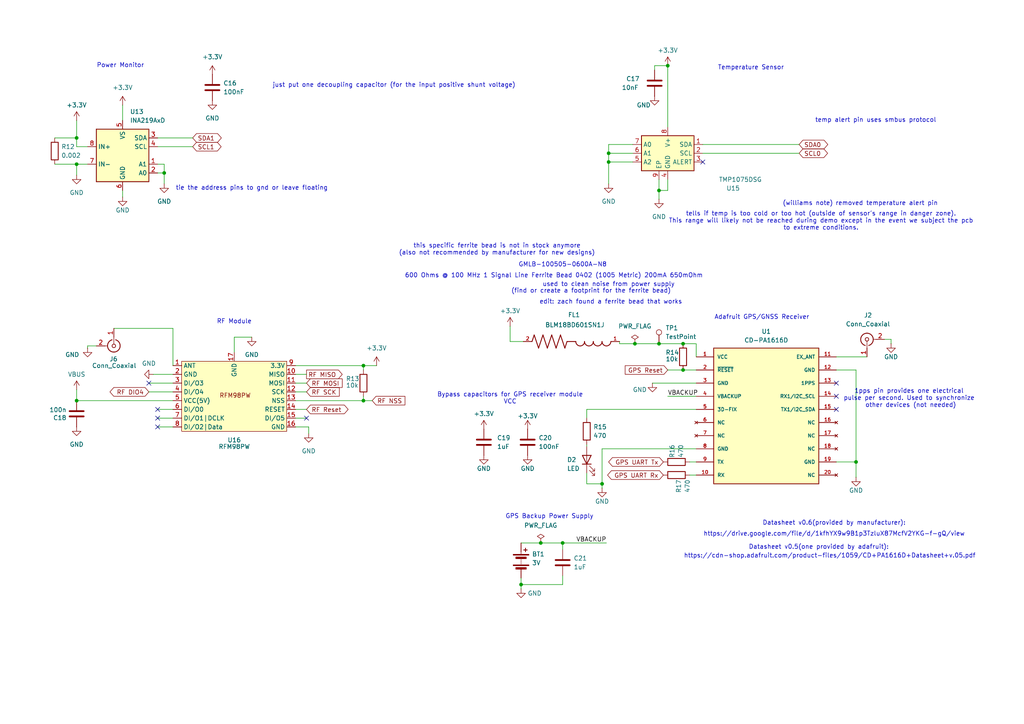
<source format=kicad_sch>
(kicad_sch (version 20250114) (generator "eeschema") (generator_version "9.0")
  (paper "A4")
  (lib_symbols
    (symbol "1my_symbol:RF_Module"
      (property "Reference" "U1" (at 23.876 4.318 0))
      (symbol "RF_Module_1_1"
        (rectangle (start -3.81 -5.08) (end 26.67 -25.4) (fill (type background)))
        (text "RFM98PW" (at 11.684 -14.986 0) (effects (font (size 1.27 1.27))))
        (pin bidirectional line (at -6.35 -6.35 0) (length 2.54) (name "ANT") (number "1"))
        (pin power_in line (at -6.35 -8.89 0) (length 2.54) (name "GND") (number "2"))
        (pin bidirectional line (at -6.35 -11.43 0) (length 2.54) (name "DI/O3") (number "3"))
        (pin bidirectional line (at -6.35 -13.97 0) (length 2.54) (name "DI/O4") (number "4"))
        (pin input line (at -6.35 -16.51 0) (length 2.54) (name "VCC(5V)") (number "5"))
        (pin bidirectional line (at -6.35 -19.05 0) (length 2.54) (name "DI/O0") (number "6"))
        (pin bidirectional line (at -6.35 -21.59 0) (length 2.54) (name "DI/O1|DCLK") (number "7"))
        (pin bidirectional line (at -6.35 -24.13 0) (length 2.54) (name "DI/O2|Data") (number "8"))
        (pin power_in line (at 11.43 -2.54 270) (length 2.54) (name "GND") (number "17"))
        (pin power_out line (at 29.21 -6.35 180) (length 2.54) (name "3.3V") (number "9"))
        (pin output line (at 29.21 -8.89 180) (length 2.54) (name "MISO") (number "10"))
        (pin input line (at 29.21 -11.43 180) (length 2.54) (name "MOSI") (number "11"))
        (pin input line (at 29.21 -13.97 180) (length 2.54) (name "SCK") (number "12"))
        (pin input line (at 29.21 -16.51 180) (length 2.54) (name "NSS") (number "13"))
        (pin bidirectional line (at 29.21 -19.05 180) (length 2.54) (name "RESET") (number "14"))
        (pin bidirectional line (at 29.21 -21.59 180) (length 2.54) (name "DI/O5") (number "15"))
        (pin power_in line (at 29.21 -24.13 180) (length 2.54) (name "GND") (number "16"))
      )
    )
    (symbol "BLM18BD601SN1J:BLM18BD601SN1J" (pin_names (offset 1.016))
      (property "Reference" "FL" (at -12.7044 5.0815 0))
      (property "Value" "BLM18BD601SN1J" (at -12.71 -5.0866 0))
      (symbol "BLM18BD601SN1J_0_0"
        (arc (start -12.7 0) (mid -11.43 1.2645) (end -10.16 0) (stroke (width 0.254)))
        (arc (start -10.16 0) (mid -8.89 1.2645) (end -7.62 0) (stroke (width 0.254)))
        (arc (start -7.62 0) (mid -6.35 1.2645) (end -5.08 0) (stroke (width 0.254)))
        (arc (start -5.08 0) (mid -3.81 1.2645) (end -2.54 0) (stroke (width 0.254)))
        (polyline (pts (xy 0 0) (xy -2.54 0)) (stroke (width 0.254)))
        (polyline (pts (xy 0 0) (xy 0.635 1.905)) (stroke (width 0.254)))
        (polyline (pts (xy 0.635 1.905) (xy 1.905 -1.905)) (stroke (width 0.254)))
        (polyline (pts (xy 1.905 -1.905) (xy 3.175 1.905)) (stroke (width 0.254)))
        (polyline (pts (xy 3.175 1.905) (xy 4.445 -1.905)) (stroke (width 0.254)))
        (polyline (pts (xy 4.445 -1.905) (xy 5.715 1.905)) (stroke (width 0.254)))
        (polyline (pts (xy 5.715 1.905) (xy 6.985 -1.905)) (stroke (width 0.254)))
        (polyline (pts (xy 6.985 -1.905) (xy 8.255 1.905)) (stroke (width 0.254)))
        (polyline (pts (xy 8.255 1.905) (xy 9.525 -1.905)) (stroke (width 0.254)))
        (polyline (pts (xy 9.525 -1.905) (xy 10.16 0)) (stroke (width 0.254)))
        (pin passive line (at -15.24 0 0) (length 2.54) (name "~") (number "1"))
        (pin passive line (at 12.7 0 180) (length 2.54) (name "~") (number "2"))
      )
    )
    (symbol "CD-PA1616D:CD-PA1616D" (pin_names (offset 1.016))
      (property "Reference" "U1" (at 0 27.686 0))
      (property "Value" "CD-PA1616D" (at 0 25.146 0))
      (symbol "CD-PA1616D_0_0"
        (rectangle (start -15.24 22.86) (end 15.24 -16.51) (stroke (width 0.254)) (fill (type background)))
        (pin power_in line (at -20.32 20.32 0) (length 5.08) (name "VCC") (number "1"))
        (pin input line (at -20.32 16.51 0) (length 5.08) (name "~{RESET}") (number "2"))
        (pin power_in line (at -20.32 12.7 0) (length 5.08) (name "GND") (number "3"))
        (pin power_in line (at -20.32 8.89 0) (length 5.08) (name "VBACKUP") (number "4"))
        (pin output line (at -20.32 5.08 0) (length 5.08) (name "3D-FIX") (number "5"))
        (pin no_connect line (at -20.32 1.27 0) (length 5.08) (name "NC") (number "6"))
        (pin no_connect line (at -20.32 -2.54 0) (length 5.08) (name "NC") (number "7"))
        (pin power_in line (at -20.32 -6.35 0) (length 5.08) (name "GND") (number "8"))
        (pin output line (at -20.32 -10.16 0) (length 5.08) (name "TX") (number "9"))
        (pin input line (at -20.32 -13.97 0) (length 5.08) (name "RX") (number "10"))
        (pin bidirectional line (at 20.32 20.32 180) (length 5.08) (name "EX_ANT") (number "11"))
        (pin power_in line (at 20.32 16.51 180) (length 5.08) (name "GND") (number "12"))
        (pin output line (at 20.32 12.7 180) (length 5.08) (name "1PPS") (number "13"))
        (pin input line (at 20.32 8.89 180) (length 5.08) (name "RX1/I2C_SCL") (number "14"))
        (pin output line (at 20.32 5.08 180) (length 5.08) (name "TX1/I2C_SDA") (number "15"))
        (pin no_connect line (at 20.32 1.27 180) (length 5.08) (name "NC") (number "16"))
        (pin no_connect line (at 20.32 -2.54 180) (length 5.08) (name "NC") (number "17"))
        (pin no_connect line (at 20.32 -6.35 180) (length 5.08) (name "NC") (number "18"))
        (pin power_in line (at 20.32 -10.16 180) (length 5.08) (name "GND") (number "19"))
        (pin no_connect line (at 20.32 -13.97 180) (length 5.08) (name "NC") (number "20"))
      )
    )
    (symbol "Connector:Conn_Coaxial" (pin_names (offset 1.016) (hide yes))
      (property "Reference" "J" (at 0.254 3.048 0))
      (property "Value" "Conn_Coaxial" (at 2.921 0 90))
      (symbol "Conn_Coaxial_0_1"
        (polyline (pts (xy -2.54 0) (xy -0.508 0)))
        (arc (start 1.778 0) (mid 0.222 -1.8079) (end -1.778 -0.508) (stroke (width 0.254)))
        (arc (start -1.778 0.508) (mid 0.2221 1.8084) (end 1.778 0) (stroke (width 0.254)))
        (circle (center 0 0) (radius 0.508) (stroke (width 0.2032)))
        (polyline (pts (xy 0 -2.54) (xy 0 -1.778)))
      )
      (symbol "Conn_Coaxial_1_1"
        (pin passive line (at -5.08 0 0) (length 2.54) (name "In") (number "1"))
        (pin passive line (at 0 -5.08 90) (length 2.54) (name "Ext") (number "2"))
      )
    )
    (symbol "Connector:TestPoint" (pin_numbers (hide yes)) (pin_names (offset 0.762) (hide yes))
      (property "Reference" "TP" (at 0 6.858 0))
      (property "Value" "TestPoint" (at 0 5.08 0))
      (symbol "TestPoint_0_1"
        (circle (center 0 3.302) (radius 0.762))
      )
      (symbol "TestPoint_1_1"
        (pin passive line (at 0 0 90) (length 2.54) (name "1") (number "1"))
      )
    )
    (symbol "Device:Battery" (pin_numbers (hide yes)) (pin_names (offset 0) (hide yes))
      (property "Reference" "BT" (at 2.54 2.54 0))
      (property "Value" "Battery" (at 2.54 0 0))
      (symbol "Battery_0_1"
        (rectangle (start -2.286 1.778) (end 2.286 1.524) (fill (type outline)))
        (rectangle (start -2.286 -1.27) (end 2.286 -1.524) (fill (type outline)))
        (rectangle (start -1.524 1.016) (end 1.524 0.508) (fill (type outline)))
        (rectangle (start -1.524 -2.032) (end 1.524 -2.54) (fill (type outline)))
        (polyline (pts (xy 0 1.778) (xy 0 2.54)))
        (polyline (pts (xy 0 0) (xy 0 0.254)))
        (polyline (pts (xy 0 -0.508) (xy 0 -0.254)))
        (polyline (pts (xy 0 -1.016) (xy 0 -0.762)))
        (polyline (pts (xy 0.762 3.048) (xy 1.778 3.048)) (stroke (width 0.254)))
        (polyline (pts (xy 1.27 3.556) (xy 1.27 2.54)) (stroke (width 0.254)))
      )
      (symbol "Battery_1_1"
        (pin passive line (at 0 5.08 270) (length 2.54) (name "+") (number "1"))
        (pin passive line (at 0 -5.08 90) (length 2.54) (name "-") (number "2"))
      )
    )
    (symbol "Device:C" (pin_numbers (hide yes)) (pin_names (offset 0.254))
      (property "Reference" "C" (at 0.635 2.54 0))
      (property "Value" "C" (at 0.635 -2.54 0))
      (symbol "C_0_1"
        (polyline (pts (xy -2.032 0.762) (xy 2.032 0.762)) (stroke (width 0.508)))
        (polyline (pts (xy -2.032 -0.762) (xy 2.032 -0.762)) (stroke (width 0.508)))
      )
      (symbol "C_1_1"
        (pin passive line (at 0 3.81 270) (length 2.794) (name "~") (number "1"))
        (pin passive line (at 0 -3.81 90) (length 2.794) (name "~") (number "2"))
      )
    )
    (symbol "Device:LED" (pin_numbers (hide yes)) (pin_names (offset 1.016) (hide yes))
      (property "Reference" "D" (at 0 2.54 0))
      (property "Value" "LED" (at 0 -2.54 0))
      (symbol "LED_0_1"
        (polyline (pts (xy -3.048 -0.762) (xy -4.572 -2.286) (xy -3.81 -2.286) (xy -4.572 -2.286) (xy -4.572 -1.524)))
        (polyline (pts (xy -1.778 -0.762) (xy -3.302 -2.286) (xy -2.54 -2.286) (xy -3.302 -2.286) (xy -3.302 -1.524)))
        (polyline (pts (xy -1.27 0) (xy 1.27 0)))
        (polyline (pts (xy -1.27 -1.27) (xy -1.27 1.27)) (stroke (width 0.254)))
        (polyline (pts (xy 1.27 -1.27) (xy 1.27 1.27) (xy -1.27 0) (xy 1.27 -1.27)) (stroke (width 0.254)))
      )
      (symbol "LED_1_1"
        (pin passive line (at -3.81 0 0) (length 2.54) (name "K") (number "1"))
        (pin passive line (at 3.81 0 180) (length 2.54) (name "A") (number "2"))
      )
    )
    (symbol "Device:R" (pin_numbers (hide yes)) (pin_names (offset 0))
      (property "Reference" "R" (at 2.032 0 90))
      (property "Value" "R" (at 0 0 90))
      (symbol "R_0_1"
        (rectangle (start -1.016 -2.54) (end 1.016 2.54) (stroke (width 0.254)))
      )
      (symbol "R_1_1"
        (pin passive line (at 0 3.81 270) (length 1.27) (name "~") (number "1"))
        (pin passive line (at 0 -3.81 90) (length 1.27) (name "~") (number "2"))
      )
    )
    (symbol "Sensor_Energy:INA219AxD"
      (property "Reference" "U" (at -6.35 8.89 0))
      (property "Value" "INA219AxD" (at 5.08 8.89 0))
      (symbol "INA219AxD_0_1"
        (rectangle (start -7.62 7.62) (end 7.62 -7.62) (stroke (width 0.254)) (fill (type background)))
      )
      (symbol "INA219AxD_1_1"
        (pin input line (at -10.16 2.54 0) (length 2.54) (name "IN+") (number "8"))
        (pin input line (at -10.16 -2.54 0) (length 2.54) (name "IN-") (number "7"))
        (pin power_in line (at 0 10.16 270) (length 2.54) (name "VS") (number "5"))
        (pin power_in line (at 0 -10.16 90) (length 2.54) (name "GND") (number "6"))
        (pin bidirectional line (at 10.16 5.08 180) (length 2.54) (name "SDA") (number "3"))
        (pin input line (at 10.16 2.54 180) (length 2.54) (name "SCL") (number "4"))
        (pin input line (at 10.16 -2.54 180) (length 2.54) (name "A1") (number "1"))
        (pin input line (at 10.16 -5.08 180) (length 2.54) (name "A0") (number "2"))
      )
    )
    (symbol "Sensor_Temperature:TMP1075DSG"
      (property "Reference" "U" (at -6.35 6.35 0))
      (property "Value" "TMP1075DSG" (at 6.35 6.35 0))
      (symbol "TMP1075DSG_0_1"
        (rectangle (start -7.62 5.08) (end 7.62 -5.08) (stroke (width 0.254)) (fill (type background)))
      )
      (symbol "TMP1075DSG_1_1"
        (pin input line (at -10.16 2.54 0) (length 2.54) (name "A0") (number "7"))
        (pin input line (at -10.16 0 0) (length 2.54) (name "A1") (number "6"))
        (pin input line (at -10.16 -2.54 0) (length 2.54) (name "A2") (number "5"))
        (pin passive line (at -2.54 -7.62 90) (length 2.54) (name "EP") (number "9"))
        (pin power_in line (at 0 7.62 270) (length 2.54) (name "V+") (number "8"))
        (pin power_in line (at 0 -7.62 90) (length 2.54) (name "GND") (number "4"))
        (pin bidirectional line (at 10.16 2.54 180) (length 2.54) (name "SDA") (number "1"))
        (pin input line (at 10.16 0 180) (length 2.54) (name "SCL") (number "2"))
        (pin open_collector line (at 10.16 -2.54 180) (length 2.54) (name "ALERT") (number "3"))
      )
    )
    (symbol "power:+3.3V" (power) (pin_numbers (hide yes)) (pin_names (offset 0) (hide yes))
      (property "Value" "+3.3V" (at 0 3.556 0))
      (symbol "+3.3V_0_1"
        (polyline (pts (xy -0.762 1.27) (xy 0 2.54)))
        (polyline (pts (xy 0 2.54) (xy 0.762 1.27)))
        (polyline (pts (xy 0 0) (xy 0 2.54)))
      )
      (symbol "+3.3V_1_1"
        (pin power_in line (at 0 0 90) (length 0) (name "~") (number "1"))
      )
    )
    (symbol "power:GND" (power) (pin_numbers (hide yes)) (pin_names (offset 0) (hide yes))
      (property "Value" "GND" (at 0 -3.81 0))
      (symbol "GND_0_1"
        (polyline (pts (xy 0 0) (xy 0 -1.27) (xy 1.27 -1.27) (xy 0 -2.54) (xy -1.27 -1.27) (xy 0 -1.27)))
      )
      (symbol "GND_1_1"
        (pin power_in line (at 0 0 270) (length 0) (name "~") (number "1"))
      )
    )
    (symbol "power:PWR_FLAG" (power) (pin_numbers (hide yes)) (pin_names (offset 0) (hide yes))
      (property "Value" "PWR_FLAG" (at 0 3.81 0))
      (symbol "PWR_FLAG_0_0"
        (pin power_out line (at 0 0 90) (length 0) (name "~") (number "1"))
      )
      (symbol "PWR_FLAG_0_1"
        (polyline (pts (xy 0 0) (xy 0 1.27) (xy -1.016 1.905) (xy 0 2.54) (xy 1.016 1.905) (xy 0 1.27)))
      )
    )
    (symbol "power:VBUS" (power) (pin_numbers (hide yes)) (pin_names (offset 0) (hide yes))
      (property "Value" "VBUS" (at 0 3.556 0))
      (symbol "VBUS_0_1"
        (polyline (pts (xy -0.762 1.27) (xy 0 2.54)))
        (polyline (pts (xy 0 2.54) (xy 0.762 1.27)))
        (polyline (pts (xy 0 0) (xy 0 2.54)))
      )
      (symbol "VBUS_1_1"
        (pin power_in line (at 0 0 90) (length 0) (name "~") (number "1"))
      )
    )
  )
  (text "temp alert pin uses smbus protocol\n" (at 254 34.925 0) (effects (font (size 1.27 1.27))))
  (text "this specific ferrite bead is not in stock anymore\n(also not recommended by manufacturer for new designs)" (at 144.145 72.39 0) (effects (font (size 1.27 1.27))))
  (text "RF Module" (at 67.945 93.345 0) (effects (font (size 1.27 1.27))))
  (text "GPS Backup Power Supply" (at 159.385 149.86 0) (effects (font (size 1.27 1.27))))
  (text "tells if temp is too cold or too hot (outside of sensor's range in danger zone).\nThis range will likely not be reached during demo except in the event we subject the pcb\nto extreme conditions." (at 238.125 64.135 0) (effects (font (size 1.27 1.27))))
  (text "Power Monitor" (at 34.925 19.05 0) (effects (font (size 1.27 1.27))))
  (text "removed temperature alert pin" (at 257.175 59.055 0) (effects (font (size 1.27 1.27))))
  (text "GMLB-100505-0600A-N8" (at 163.195 76.835 0) (effects (font (size 1.27 1.27))))
  (text "https://drive.google.com/file/d/1kfhYX9w9B1p3TzluX87McfV2YKG-f-gQ/view" (at 241.935 154.94 0) (effects (font (size 1.27 1.27))))
  (text "Datasheet v0.5(one provided by adafruit):" (at 237.49 158.75 0) (effects (font (size 1.27 1.27))))
  (text "(williams note)" (at 234.315 59.055 0) (effects (font (size 1.27 1.27))))
  (text "Temperature Sensor" (at 217.805 19.685 0) (effects (font (size 1.27 1.27))))
  (text "600 Ohms @ 100 MHz 1 Signal Line Ferrite Bead 0402 (1005 Metric) 200mA 650mOhm" (at 160.655 80.01 0) (effects (font (size 1.27 1.27))))
  (text "Datasheet v0.6(provided by manufacturer):" (at 241.935 151.765 0) (effects (font (size 1.27 1.27))))
  (text "1pps pin provides one electrical \npulse per second. Used to synchronize \nother devices (not needed)" (at 264.16 115.57 0) (effects (font (size 1.27 1.27))))
  (text "used to clean noise from power supply\n" (at 176.53 82.55 0) (effects (font (size 1.27 1.27))))
  (text "just put one decoupling capacitor (for the input positive shunt voltage)" (at 114.3 24.765 0) (effects (font (size 1.27 1.27))))
  (text "(find or create a footprint for the ferrite bead)" (at 171.45 84.455 0) (effects (font (size 1.27 1.27))))
  (text "Bypass capacitors for GPS receiver module\nVCC\n" (at 147.955 115.57 0) (effects (font (size 1.27 1.27))))
  (text "edit: zach found a ferrite bead that works" (at 177.165 87.63 0) (effects (font (size 1.27 1.27))))
  (text "tie the address pins to gnd or leave floating" (at 73.025 54.61 0) (effects (font (size 1.27 1.27))))
  (text "Adafruit GPS/GNSS Receiver\n" (at 220.98 92.075 0) (effects (font (size 1.27 1.27))))
  (text "https://cdn-shop.adafruit.com/product-files/1059/CD+PA1616D+Datasheet+v.05.pdf" (at 240.665 161.29 0) (effects (font (size 1.27 1.27))))
  (junction (at 248.285 133.985))
  (junction (at 193.675 19.05))
  (junction (at 22.225 47.625))
  (junction (at 156.845 157.48))
  (junction (at 163.195 157.48))
  (junction (at 151.13 169.545))
  (junction (at 191.135 55.245))
  (junction (at 176.53 44.45))
  (junction (at 191.135 99.695))
  (junction (at 105.41 106.045))
  (junction (at 176.53 46.99))
  (junction (at 198.12 107.315))
  (junction (at 22.225 116.205))
  (junction (at 198.12 99.695))
  (junction (at 105.41 116.205))
  (junction (at 184.15 99.695))
  (junction (at 22.225 40.005))
  (junction (at 174.625 140.335))
  (junction (at 47.625 50.165))
  (no_connect (at 242.57 118.745))
  (no_connect (at 88.9 121.285))
  (no_connect (at 43.18 111.125))
  (no_connect (at 45.72 118.745))
  (no_connect (at 45.72 121.285))
  (no_connect (at 45.72 123.825))
  (no_connect (at 242.57 111.125))
  (no_connect (at 242.57 114.935))
  (no_connect (at 203.835 46.99))
  (wire (pts (xy 45.72 50.165) (xy 47.625 50.165)))
  (wire (pts (xy 151.13 169.545) (xy 151.13 167.64)))
  (wire (pts (xy 193.675 19.05) (xy 193.675 36.83)))
  (wire (pts (xy 191.135 99.695) (xy 198.12 99.695)))
  (wire (pts (xy 22.225 47.625) (xy 25.4 47.625)))
  (wire (pts (xy 248.285 107.315) (xy 248.285 133.985)))
  (wire (pts (xy 67.945 97.79) (xy 73.025 97.79)))
  (wire (pts (xy 258.445 98.425) (xy 258.445 99.695)))
  (wire (pts (xy 191.135 52.07) (xy 191.135 55.245)))
  (wire (pts (xy 176.53 46.99) (xy 176.53 53.34)))
  (wire (pts (xy 184.15 99.695) (xy 191.135 99.695)))
  (wire (pts (xy 45.72 42.545) (xy 55.88 42.545)))
  (wire (pts (xy 47.625 47.625) (xy 47.625 50.165)))
  (wire (pts (xy 201.93 99.695) (xy 201.93 103.505)))
  (wire (pts (xy 170.18 118.745) (xy 201.93 118.745)))
  (wire (pts (xy 85.725 106.045) (xy 105.41 106.045)))
  (wire (pts (xy 45.72 118.745) (xy 50.165 118.745)))
  (wire (pts (xy 147.955 94.615) (xy 147.955 99.06)))
  (wire (pts (xy 85.725 113.665) (xy 88.9 113.665)))
  (wire (pts (xy 174.625 130.175) (xy 174.625 140.335)))
  (wire (pts (xy 242.57 133.985) (xy 248.285 133.985)))
  (wire (pts (xy 179.705 99.06) (xy 179.705 99.695)))
  (wire (pts (xy 105.41 114.935) (xy 105.41 116.205)))
  (wire (pts (xy 156.845 157.48) (xy 163.195 157.48)))
  (wire (pts (xy 193.675 114.935) (xy 201.93 114.935)))
  (wire (pts (xy 179.705 99.695) (xy 184.15 99.695)))
  (wire (pts (xy 85.725 123.825) (xy 89.535 123.825)))
  (wire (pts (xy 176.53 44.45) (xy 183.515 44.45)))
  (wire (pts (xy 174.625 140.335) (xy 174.625 141.605)))
  (wire (pts (xy 189.865 20.32) (xy 189.865 19.05)))
  (wire (pts (xy 105.41 116.205) (xy 107.95 116.205)))
  (wire (pts (xy 248.285 133.985) (xy 248.285 138.43)))
  (wire (pts (xy 163.195 167.005) (xy 163.195 169.545)))
  (wire (pts (xy 43.18 113.665) (xy 50.165 113.665)))
  (wire (pts (xy 22.225 50.8) (xy 22.225 47.625)))
  (wire (pts (xy 203.835 41.91) (xy 231.775 41.91)))
  (wire (pts (xy 25.4 100.33) (xy 25.4 100.965)))
  (wire (pts (xy 189.865 19.05) (xy 193.675 19.05)))
  (wire (pts (xy 176.53 41.91) (xy 176.53 44.45)))
  (wire (pts (xy 200.025 137.795) (xy 201.93 137.795)))
  (wire (pts (xy 85.725 111.125) (xy 88.9 111.125)))
  (wire (pts (xy 45.72 40.005) (xy 55.88 40.005)))
  (wire (pts (xy 203.835 44.45) (xy 231.775 44.45)))
  (wire (pts (xy 183.515 41.91) (xy 176.53 41.91)))
  (wire (pts (xy 35.56 55.245) (xy 35.56 57.15)))
  (wire (pts (xy 170.18 140.335) (xy 170.18 137.16)))
  (wire (pts (xy 174.625 130.175) (xy 201.93 130.175)))
  (wire (pts (xy 163.195 157.48) (xy 175.895 157.48)))
  (wire (pts (xy 85.725 121.285) (xy 88.9 121.285)))
  (wire (pts (xy 176.53 46.99) (xy 183.515 46.99)))
  (wire (pts (xy 44.45 108.585) (xy 50.165 108.585)))
  (wire (pts (xy 22.225 34.925) (xy 22.225 40.005)))
  (wire (pts (xy 256.54 98.425) (xy 258.445 98.425)))
  (wire (pts (xy 105.41 106.045) (xy 105.41 107.315)))
  (wire (pts (xy 22.225 113.03) (xy 22.225 116.205)))
  (wire (pts (xy 200.025 133.985) (xy 201.93 133.985)))
  (wire (pts (xy 15.875 47.625) (xy 22.225 47.625)))
  (wire (pts (xy 22.225 116.205) (xy 50.165 116.205)))
  (wire (pts (xy 47.625 50.165) (xy 47.625 53.34)))
  (wire (pts (xy 89.535 123.825) (xy 89.535 125.73)))
  (wire (pts (xy 242.57 103.505) (xy 251.46 103.505)))
  (wire (pts (xy 151.13 157.48) (xy 156.845 157.48)))
  (wire (pts (xy 45.72 47.625) (xy 47.625 47.625)))
  (wire (pts (xy 193.675 107.315) (xy 198.12 107.315)))
  (wire (pts (xy 85.725 118.745) (xy 88.9 118.745)))
  (wire (pts (xy 35.56 30.48) (xy 35.56 34.925)))
  (wire (pts (xy 193.675 52.07) (xy 193.675 55.245)))
  (wire (pts (xy 22.225 40.005) (xy 22.225 42.545)))
  (wire (pts (xy 33.02 95.25) (xy 50.165 95.25)))
  (wire (pts (xy 170.18 128.905) (xy 170.18 129.54)))
  (wire (pts (xy 170.18 140.335) (xy 174.625 140.335)))
  (wire (pts (xy 163.195 157.48) (xy 163.195 159.385)))
  (wire (pts (xy 242.57 107.315) (xy 248.285 107.315)))
  (wire (pts (xy 198.12 99.695) (xy 201.93 99.695)))
  (wire (pts (xy 147.955 99.06) (xy 151.765 99.06)))
  (wire (pts (xy 201.93 111.125) (xy 189.23 111.125)))
  (wire (pts (xy 151.13 169.545) (xy 163.195 169.545)))
  (wire (pts (xy 176.53 44.45) (xy 176.53 46.99)))
  (wire (pts (xy 25.4 100.33) (xy 27.94 100.33)))
  (wire (pts (xy 85.725 116.205) (xy 105.41 116.205)))
  (wire (pts (xy 50.165 95.25) (xy 50.165 106.045)))
  (wire (pts (xy 22.225 42.545) (xy 25.4 42.545)))
  (wire (pts (xy 105.41 106.045) (xy 109.22 106.045)))
  (wire (pts (xy 198.12 107.315) (xy 201.93 107.315)))
  (wire (pts (xy 85.725 108.585) (xy 88.9 108.585)))
  (wire (pts (xy 15.875 40.005) (xy 22.225 40.005)))
  (wire (pts (xy 45.72 123.825) (xy 50.165 123.825)))
  (wire (pts (xy 170.18 118.745) (xy 170.18 121.285)))
  (wire (pts (xy 191.135 55.245) (xy 191.135 57.785)))
  (wire (pts (xy 193.675 55.245) (xy 191.135 55.245)))
  (wire (pts (xy 43.18 111.125) (xy 50.165 111.125)))
  (wire (pts (xy 151.13 170.815) (xy 151.13 169.545)))
  (wire (pts (xy 67.945 102.235) (xy 67.945 97.79)))
  (wire (pts (xy 45.72 121.285) (xy 50.165 121.285)))
  (label "VBACKUP" (at 193.675 114.935 0))
  (label "VBACKUP" (at 175.895 157.48 180))
  (global_label "RF MISO" (shape output) (at 88.9 108.585 0) (property "Intersheetrefs" "${INTERSHEET_REFS}" (effects (hide yes))))
  (global_label "SCL0" (shape bidirectional) (at 231.775 44.45 0) (property "Intersheetrefs" "${INTERSHEET_REFS}" (effects (hide yes))))
  (global_label "GPS Reset" (shape input) (at 193.675 107.315 180) (property "Intersheetrefs" "${INTERSHEET_REFS}" (effects (hide yes))))
  (global_label "GPS UART Rx" (shape bidirectional) (at 192.405 137.795 180) (property "Intersheetrefs" "${INTERSHEET_REFS}" (effects (hide yes))))
  (global_label "SDA0" (shape bidirectional) (at 231.775 41.91 0) (property "Intersheetrefs" "${INTERSHEET_REFS}" (effects (hide yes))))
  (global_label "RF NSS" (shape input) (at 107.95 116.205 0) (property "Intersheetrefs" "${INTERSHEET_REFS}" (effects (hide yes))))
  (global_label "RF DIO4" (shape bidirectional) (at 43.18 113.665 180) (property "Intersheetrefs" "${INTERSHEET_REFS}" (effects (hide yes))))
  (global_label "RF MOSI" (shape input) (at 88.9 111.125 0) (property "Intersheetrefs" "${INTERSHEET_REFS}" (effects (hide yes))))
  (global_label "RF SCK" (shape input) (at 88.9 113.665 0) (property "Intersheetrefs" "${INTERSHEET_REFS}" (effects (hide yes))))
  (global_label "RF Reset" (shape bidirectional) (at 88.9 118.745 0) (property "Intersheetrefs" "${INTERSHEET_REFS}" (effects (hide yes))))
  (global_label "SCL1" (shape bidirectional) (at 55.88 42.545 0) (property "Intersheetrefs" "${INTERSHEET_REFS}" (effects (hide yes))))
  (global_label "GPS UART Tx" (shape bidirectional) (at 192.405 133.985 180) (property "Intersheetrefs" "${INTERSHEET_REFS}" (effects (hide yes))))
  (global_label "SDA1" (shape bidirectional) (at 55.88 40.005 0) (property "Intersheetrefs" "${INTERSHEET_REFS}" (effects (hide yes))))
  (symbol (lib_id "power:GND") (at 35.56 57.15 0) (unit 1)
    (property "Reference" "#PWR092" (effects (hide yes)))
    (property "Value" "GND" (at 35.56 60.96 0))
    (property "Description" "Power symbol creates a global label with name \"GND\" , ground" (effects (hide yes)))
  )
  (symbol (lib_id "power:+3.3V") (at 153.035 124.46 0) (unit 1)
    (property "Reference" "#PWR0106" (effects (hide yes)))
    (property "Value" "+3.3V" (at 153.035 120.65 0))
    (property "Description" "Power symbol creates a global label with name \"+3.3V\"" (effects (hide yes)))
  )
  (symbol (lib_id "power:GND") (at 189.23 111.125 0) (unit 1)
    (property "Reference" "#PWR098" (effects (hide yes)))
    (property "Value" "GND" (at 183.515 113.03 0) (effects (justify left)))
    (property "Description" "Power symbol creates a global label with name \"GND\" , ground" (effects (hide yes)))
  )
  (symbol (lib_id "Device:R") (at 105.41 111.125 0) (unit 1)
    (property "Reference" "R13" (at 100.33 109.855 0) (effects (justify left)))
    (property "Value" "10k" (at 100.33 111.76 0) (effects (justify left)))
    (property "Footprint" "Resistor_SMD:R_0402_1005Metric" (effects (hide yes)))
    (property "Description" "Resistor" (effects (hide yes)))
  )
  (symbol (lib_id "Connector:Conn_Coaxial") (at 251.46 98.425 90) (unit 1)
    (property "Reference" "J2" (at 251.7532 91.44 90))
    (property "Value" "Conn_Coaxial" (at 251.7532 93.98 90))
    (property "Footprint" "Connector_Coaxial:SMA_Amphenol_901-144_Vertical" (effects (hide yes)))
    (property "Description" "coaxial connector (BNC, SMA, SMB, SMC, Cinch/RCA, LEMO, ...)" (effects (hide yes)))
  )
  (symbol (lib_id "Device:C") (at 163.195 163.195 0) (unit 1)
    (property "Reference" "C21" (at 166.37 161.9249 0) (effects (justify left)))
    (property "Value" "1uF" (at 166.37 164.4649 0) (effects (justify left)))
    (property "Footprint" "Capacitor_SMD:C_0402_1005Metric" (effects (hide yes)))
    (property "Description" "Unpolarized capacitor" (effects (hide yes)))
  )
  (symbol (lib_id "Device:R") (at 196.215 133.985 270) (unit 1)
    (property "Reference" "R16" (at 194.945 128.905 0) (effects (justify left)))
    (property "Value" "470" (at 197.485 128.905 0) (effects (justify left)))
    (property "Footprint" "Resistor_SMD:R_0402_1005Metric" (effects (hide yes)))
    (property "Description" "Resistor" (effects (hide yes)))
  )
  (symbol (lib_id "Sensor_Temperature:TMP1075DSG") (at 193.675 44.45 0) (unit 1)
    (property "Reference" "U15" (at 214.63 54.61 0) (effects (justify right)))
    (property "Value" "TMP1075DSG" (at 220.98 52.07 0) (effects (justify right)))
    (property "Footprint" "Package_SON:WSON-8-1EP_2x2mm_P0.5mm_EP0.9x1.6mm_ThermalVias" (effects (hide yes)))
    (property "Datasheet" "https://www.ti.com/lit/gpn/tmp1075" (effects (hide yes)))
    (property "Description" "I2C-bus digital temperature sensor and thermal watchdog, WSON-8" (effects (hide yes)))
  )
  (symbol (lib_id "power:GND") (at 44.45 108.585 270) (unit 1)
    (property "Reference" "#PWR0121" (effects (hide yes)))
    (property "Value" "GND" (at 43.18 105.41 90))
    (property "Description" "Power symbol creates a global label with name \"GND\" , ground" (effects (hide yes)))
  )
  (symbol (lib_id "power:GND") (at 22.225 123.825 0) (unit 1)
    (property "Reference" "#PWR0116" (effects (hide yes)))
    (property "Value" "GND" (at 22.225 128.905 0))
    (property "Description" "Power symbol creates a global label with name \"GND\" , ground" (effects (hide yes)))
  )
  (symbol (lib_id "Device:R") (at 196.215 137.795 270) (unit 1)
    (property "Reference" "R17" (at 196.85 139.065 0) (effects (justify left)))
    (property "Value" "470" (at 199.39 139.065 0) (effects (justify left)))
    (property "Footprint" "Resistor_SMD:R_0402_1005Metric" (effects (hide yes)))
    (property "Description" "Resistor" (effects (hide yes)))
  )
  (symbol (lib_id "power:PWR_FLAG") (at 184.15 99.695 0) (unit 1)
    (property "Reference" "#FLG01" (effects (hide yes)))
    (property "Value" "PWR_FLAG" (at 184.15 94.615 0))
    (property "Description" "Special symbol for telling ERC where power comes from" (effects (hide yes)))
  )
  (symbol (lib_id "Device:LED") (at 170.18 133.35 90) (unit 1)
    (property "Reference" "D2" (at 164.465 133.35 90) (effects (justify right)))
    (property "Value" "LED" (at 164.465 135.89 90) (effects (justify right)))
    (property "Footprint" "LED_SMD:LED_0201_0603Metric" (effects (hide yes)))
    (property "Description" "Light emitting diode" (effects (hide yes)))
    (property "Sim.Pins" "1=K 2=A" (effects (hide yes)))
  )
  (symbol (lib_id "power:+3.3V") (at 35.56 30.48 0) (unit 1)
    (property "Reference" "#PWR091" (effects (hide yes)))
    (property "Value" "+3.3V" (at 35.56 25.4 0))
    (property "Description" "Power symbol creates a global label with name \"+3.3V\"" (effects (hide yes)))
  )
  (symbol (lib_id "power:+3.3V") (at 61.595 21.59 0) (unit 1)
    (property "Reference" "#PWR0122" (effects (hide yes)))
    (property "Value" "+3.3V" (at 61.595 16.51 0))
    (property "Description" "Power symbol creates a global label with name \"+3.3V\"" (effects (hide yes)))
  )
  (symbol (lib_id "power:GND") (at 189.865 27.94 0) (unit 1)
    (property "Reference" "#PWR096" (effects (hide yes)))
    (property "Value" "GND" (at 186.69 30.48 0))
    (property "Description" "Power symbol creates a global label with name \"GND\" , ground" (effects (hide yes)))
  )
  (symbol (lib_id "Connector:Conn_Coaxial") (at 33.02 100.33 270) (unit 1)
    (property "Reference" "J6" (at 31.75 104.14 90) (effects (justify left)))
    (property "Value" "Conn_Coaxial" (at 26.67 106.045 90) (effects (justify left)))
    (property "Footprint" "Connector_Coaxial:SMA_Amphenol_901-144_Vertical" (effects (hide yes)))
    (property "Description" "coaxial connector (BNC, SMA, SMB, SMC, Cinch/RCA, LEMO, ...)" (effects (hide yes)))
  )
  (symbol (lib_id "Device:C") (at 189.865 24.13 0) (unit 1)
    (property "Reference" "C17" (at 181.61 22.86 0) (effects (justify left)))
    (property "Value" "10nF" (at 180.34 25.4 0) (effects (justify left)))
    (property "Footprint" "Capacitor_SMD:C_0402_1005Metric" (effects (hide yes)))
    (property "Description" "Unpolarized capacitor" (effects (hide yes)))
  )
  (symbol (lib_id "power:GND") (at 61.595 29.21 0) (unit 1)
    (property "Reference" "#PWR0100" (effects (hide yes)))
    (property "Value" "GND" (at 61.595 34.29 0))
    (property "Description" "Power symbol creates a global label with name \"GND\" , ground" (effects (hide yes)))
  )
  (symbol (lib_id "power:GND") (at 47.625 53.34 0) (unit 1)
    (property "Reference" "#PWR095" (effects (hide yes)))
    (property "Value" "GND" (at 47.625 58.42 0))
    (property "Description" "Power symbol creates a global label with name \"GND\" , ground" (effects (hide yes)))
  )
  (symbol (lib_id "power:GND") (at 153.035 132.08 0) (unit 1)
    (property "Reference" "#PWR0107" (effects (hide yes)))
    (property "Value" "GND" (at 153.035 135.89 0))
    (property "Description" "Power symbol creates a global label with name \"GND\" , ground" (effects (hide yes)))
  )
  (symbol (lib_id "Connector:TestPoint") (at 191.135 99.695 0) (unit 1)
    (property "Reference" "TP1" (at 193.04 95.1229 0) (effects (justify left)))
    (property "Value" "TestPoint" (at 193.04 97.6629 0) (effects (justify left)))
    (property "Footprint" "1my_footprints:TestPoint_Loop_D1.80mm_Drill1.0mm_Beaded" (effects (hide yes)))
    (property "Description" "test point" (effects (hide yes)))
  )
  (symbol (lib_id "power:GND") (at 22.225 50.8 0) (unit 1)
    (property "Reference" "#PWR090" (effects (hide yes)))
    (property "Value" "GND" (at 22.225 55.88 0))
    (property "Description" "Power symbol creates a global label with name \"GND\" , ground" (effects (hide yes)))
  )
  (symbol (lib_id "power:VBUS") (at 22.225 113.03 0) (unit 1)
    (property "Reference" "#PWR05" (effects (hide yes)))
    (property "Value" "VBUS" (at 22.225 108.585 0))
    (property "Description" "Power symbol creates a global label with name \"VBUS\"" (effects (hide yes)))
  )
  (symbol (lib_id "Device:C") (at 153.035 128.27 0) (unit 1)
    (property "Reference" "C20" (at 156.21 126.9999 0) (effects (justify left)))
    (property "Value" "100nF" (at 156.21 129.5399 0) (effects (justify left)))
    (property "Footprint" "Capacitor_SMD:C_0402_1005Metric" (effects (hide yes)))
    (property "Description" "Unpolarized capacitor" (effects (hide yes)))
  )
  (symbol (lib_id "power:GND") (at 73.025 97.79 0) (unit 1)
    (property "Reference" "#PWR0124" (effects (hide yes)))
    (property "Value" "GND" (at 73.025 102.87 0))
    (property "Description" "Power symbol creates a global label with name \"GND\" , ground" (effects (hide yes)))
  )
  (symbol (lib_id "power:+3.3V") (at 193.675 19.05 0) (unit 1)
    (property "Reference" "#PWR0105" (effects (hide yes)))
    (property "Value" "+3.3V" (at 193.675 14.605 0))
    (property "Description" "Power symbol creates a global label with name \"+3.3V\"" (effects (hide yes)))
  )
  (symbol (lib_id "Device:C") (at 61.595 25.4 0) (unit 1)
    (property "Reference" "C16" (at 64.77 24.1299 0) (effects (justify left)))
    (property "Value" "100nF" (at 64.77 26.6699 0) (effects (justify left)))
    (property "Footprint" "Capacitor_SMD:C_0402_1005Metric" (effects (hide yes)))
    (property "Description" "Unpolarized capacitor" (effects (hide yes)))
  )
  (symbol (lib_id "power:GND") (at 140.335 132.08 0) (unit 1)
    (property "Reference" "#PWR0108" (effects (hide yes)))
    (property "Value" "GND" (at 140.335 135.89 0))
    (property "Description" "Power symbol creates a global label with name \"GND\" , ground" (effects (hide yes)))
  )
  (symbol (lib_id "1my_symbol:RF_Module") (at 56.515 99.695 0) (unit 1)
    (property "Reference" "U16" (at 67.945 127.635 0))
    (property "Value" "RFM98PW" (at 67.945 129.54 0))
    (property "Footprint" "1my_footprints:RFM98PW" (effects (hide yes)))
    (property "Datasheet" "https://www.hoperf.com/uploads/RFM98PW_RFM95PWRFTransmitterandReceiverModuleDatasheetREV1.1_1695351398.pdf" (effects (hide yes)))
    (property "Description" "RF Module :)" (effects (hide yes)))
  )
  (symbol (lib_id "power:GND") (at 258.445 99.695 0) (unit 1)
    (property "Reference" "#PWR0112" (effects (hide yes)))
    (property "Value" "GND" (at 258.445 103.505 0))
    (property "Description" "Power symbol creates a global label with name \"GND\" , ground" (effects (hide yes)))
  )
  (symbol (lib_id "power:+3.3V") (at 109.22 106.045 0) (unit 1)
    (property "Reference" "#PWR0126" (effects (hide yes)))
    (property "Value" "+3.3V" (at 109.22 100.965 0))
    (property "Description" "Power symbol creates a global label with name \"+3.3V\"" (effects (hide yes)))
  )
  (symbol (lib_id "power:+3.3V") (at 140.335 124.46 0) (unit 1)
    (property "Reference" "#PWR0101" (effects (hide yes)))
    (property "Value" "+3.3V" (at 140.335 120.015 0))
    (property "Description" "Power symbol creates a global label with name \"+3.3V\"" (effects (hide yes)))
  )
  (symbol (lib_id "BLM18BD601SN1J:BLM18BD601SN1J") (at 164.465 99.06 180) (unit 1)
    (property "Reference" "FL1" (at 166.497 91.313 0))
    (property "Value" "BLM18BD601SN1J" (at 166.751 94.234 0))
    (property "Footprint" "1my_footprints:BEADC1608X95N" (effects (hide yes)))
    (property "MF" "Murata" (effects (hide yes)))
    (property "Description_1" "Ind Chip Bead 600 Ohm 25% 100MHz Ferrite 200mA 0603 Paper T/R" (effects (hide yes)))
    (property "Package" "1608 Murata" (effects (hide yes)))
    (property "Price" "None" (effects (hide yes)))
    (property "SnapEDA_Link" "https://www.snapeda.com/parts/BLM18BD601SN1J/Murata/view-part/?ref=snap" (effects (hide yes)))
    (property "MP" "BLM18BD601SN1J" (effects (hide yes)))
    (property "Availability" "In Stock" (effects (hide yes)))
    (property "Check_prices" "https://www.snapeda.com/parts/BLM18BD601SN1J/Murata/view-part/?ref=eda" (effects (hide yes)))
  )
  (symbol (lib_id "power:+3.3V") (at 147.955 94.615 0) (unit 1)
    (property "Reference" "#PWR04" (effects (hide yes)))
    (property "Value" "+3.3V" (at 147.955 90.17 0))
    (property "Description" "Power symbol creates a global label with name \"+3.3V\"" (effects (hide yes)))
  )
  (symbol (lib_id "power:GND") (at 248.285 138.43 0) (unit 1)
    (property "Reference" "#PWR0104" (effects (hide yes)))
    (property "Value" "GND" (at 248.285 142.24 0))
    (property "Description" "Power symbol creates a global label with name \"GND\" , ground" (effects (hide yes)))
  )
  (symbol (lib_id "Device:C") (at 22.225 120.015 180) (unit 1)
    (property "Reference" "C18" (at 19.304 121.1834 0) (effects (justify left)))
    (property "Value" "100n" (at 19.304 118.872 0) (effects (justify left)))
    (property "Footprint" "Capacitor_SMD:C_0402_1005Metric" (effects (hide yes)))
  )
  (symbol (lib_id "power:PWR_FLAG") (at 156.845 157.48 0) (unit 1)
    (property "Reference" "#FLG02" (effects (hide yes)))
    (property "Value" "PWR_FLAG" (at 156.845 152.4 0))
    (property "Description" "Special symbol for telling ERC where power comes from" (effects (hide yes)))
  )
  (symbol (lib_id "Device:Battery") (at 151.13 162.56 0) (unit 1)
    (property "Reference" "BT1" (at 154.305 160.7184 0) (effects (justify left)))
    (property "Value" "3V" (at 154.305 163.2584 0) (effects (justify left)))
    (property "Footprint" "1my_footprints:BAT-TH_BAT-HLD-001-THM_1" (effects (hide yes)))
    (property "Description" "Multiple-cell battery" (effects (hide yes)))
  )
  (symbol (lib_id "Device:R") (at 198.12 103.505 0) (unit 1)
    (property "Reference" "R14" (at 193.04 102.235 0) (effects (justify left)))
    (property "Value" "10k" (at 193.04 104.14 0) (effects (justify left)))
    (property "Footprint" "Resistor_SMD:R_0402_1005Metric" (effects (hide yes)))
    (property "Description" "Resistor" (effects (hide yes)))
  )
  (symbol (lib_id "Sensor_Energy:INA219AxD") (at 35.56 45.085 0) (unit 1)
    (property "Reference" "U13" (at 37.7033 32.385 0) (effects (justify left)))
    (property "Value" "INA219AxD" (at 37.7033 34.925 0) (effects (justify left)))
    (property "Footprint" "Package_SO:SOIC-8_3.9x4.9mm_P1.27mm" (effects (hide yes)))
    (property "Datasheet" "http://www.ti.com/lit/ds/symlink/ina219.pdf" (effects (hide yes)))
    (property "Description" "Zero-Drift, Bidirectional Current/Power Monitor (0-26V) With I2C Interface, SOIC-8" (effects (hide yes)))
  )
  (symbol (lib_id "Device:R") (at 15.875 43.815 0) (unit 1)
    (property "Reference" "R12" (at 17.78 42.545 0) (effects (justify left)))
    (property "Value" "0.002" (at 17.78 45.085 0) (effects (justify left)))
    (property "Footprint" "Resistor_SMD:R_2512_6332Metric" (effects (hide yes)))
    (property "Description" "Resistor" (effects (hide yes)))
  )
  (symbol (lib_id "power:GND") (at 176.53 53.34 0) (unit 1)
    (property "Reference" "#PWR0123" (effects (hide yes)))
    (property "Value" "GND" (at 176.53 58.42 0))
    (property "Description" "Power symbol creates a global label with name \"GND\" , ground" (effects (hide yes)))
  )
  (symbol (lib_id "Device:R") (at 170.18 125.095 0) (unit 1)
    (property "Reference" "R15" (at 172.085 123.8249 0) (effects (justify left)))
    (property "Value" "470" (at 172.085 126.3649 0) (effects (justify left)))
    (property "Footprint" "Resistor_SMD:R_0402_1005Metric" (effects (hide yes)))
    (property "Description" "Resistor" (effects (hide yes)))
  )
  (symbol (lib_id "power:+3.3V") (at 22.225 34.925 0) (unit 1)
    (property "Reference" "#PWR0117" (effects (hide yes)))
    (property "Value" "+3.3V" (at 22.225 30.48 0))
    (property "Description" "Power symbol creates a global label with name \"+3.3V\"" (effects (hide yes)))
  )
  (symbol (lib_id "power:GND") (at 191.135 57.785 0) (unit 1)
    (property "Reference" "#PWR0102" (effects (hide yes)))
    (property "Value" "GND" (at 191.135 62.865 0))
    (property "Description" "Power symbol creates a global label with name \"GND\" , ground" (effects (hide yes)))
  )
  (symbol (lib_id "Device:C") (at 140.335 128.27 0) (unit 1)
    (property "Reference" "C19" (at 144.145 126.9999 0) (effects (justify left)))
    (property "Value" "1uF" (at 144.145 129.5399 0) (effects (justify left)))
    (property "Footprint" "Capacitor_SMD:C_0603_1608Metric" (effects (hide yes)))
    (property "Description" "Unpolarized capacitor" (effects (hide yes)))
  )
  (symbol (lib_id "power:GND") (at 89.535 125.73 0) (unit 1)
    (property "Reference" "#PWR0125" (effects (hide yes)))
    (property "Value" "GND" (at 89.535 130.81 0))
    (property "Description" "Power symbol creates a global label with name \"GND\" , ground" (effects (hide yes)))
  )
  (symbol (lib_id "power:GND") (at 174.625 141.605 0) (unit 1)
    (property "Reference" "#PWR0109" (effects (hide yes)))
    (property "Value" "GND" (at 174.625 145.415 0))
    (property "Description" "Power symbol creates a global label with name \"GND\" , ground" (effects (hide yes)))
  )
  (symbol (lib_id "power:GND") (at 25.4 100.965 0) (unit 1)
    (property "Reference" "#PWR0103" (effects (hide yes)))
    (property "Value" "GND" (at 20.955 102.87 0))
    (property "Description" "Power symbol creates a global label with name \"GND\" , ground" (effects (hide yes)))
  )
  (symbol (lib_id "CD-PA1616D:CD-PA1616D") (at 222.25 123.825 0) (unit 1)
    (property "Reference" "U1" (at 222.25 96.139 0))
    (property "Value" "CD-PA1616D" (at 222.25 98.679 0))
    (property "Footprint" "1my_footprints:CD-PA1616D" (effects (hide yes)))
    (property "MF" "CD technology" (effects (hide yes)))
    (property "MAXIMUM_PACKAGE_HEIGHT" "6.7 mm" (effects (hide yes)))
    (property "Package" "Package" (effects (hide yes)))
    (property "Price" "None" (effects (hide yes)))
    (property "Check_prices" "https://www.snapeda.com/parts/CD-PA1616D/CD+technology/view-part/?ref=eda" (effects (hide yes)))
    (property "STANDARD" "Manufacturer Recommendations" (effects (hide yes)))
    (property "PARTREV" "V.06" (effects (hide yes)))
    (property "SnapEDA_Link" "https://www.snapeda.com/parts/CD-PA1616D/CD+technology/view-part/?ref=snap" (effects (hide yes)))
    (property "MP" "CD-PA1616D" (effects (hide yes)))
    (property "Description_1" "GNSS patch antenna module" (effects (hide yes)))
    (property "SNAPEDA_PN" "CD-PA1616D" (effects (hide yes)))
    (property "Availability" "Not in stock" (effects (hide yes)))
    (property "MANUFACTURER" "CD Top" (effects (hide yes)))
  )
  (symbol (lib_id "power:GND") (at 151.13 170.815 0) (unit 1)
    (property "Reference" "#PWR08" (effects (hide yes)))
    (property "Value" "GND" (at 153.035 172.0849 0) (effects (justify left)))
    (property "Description" "Power symbol creates a global label with name \"GND\" , ground" (effects (hide yes)))
  )
)
</source>
